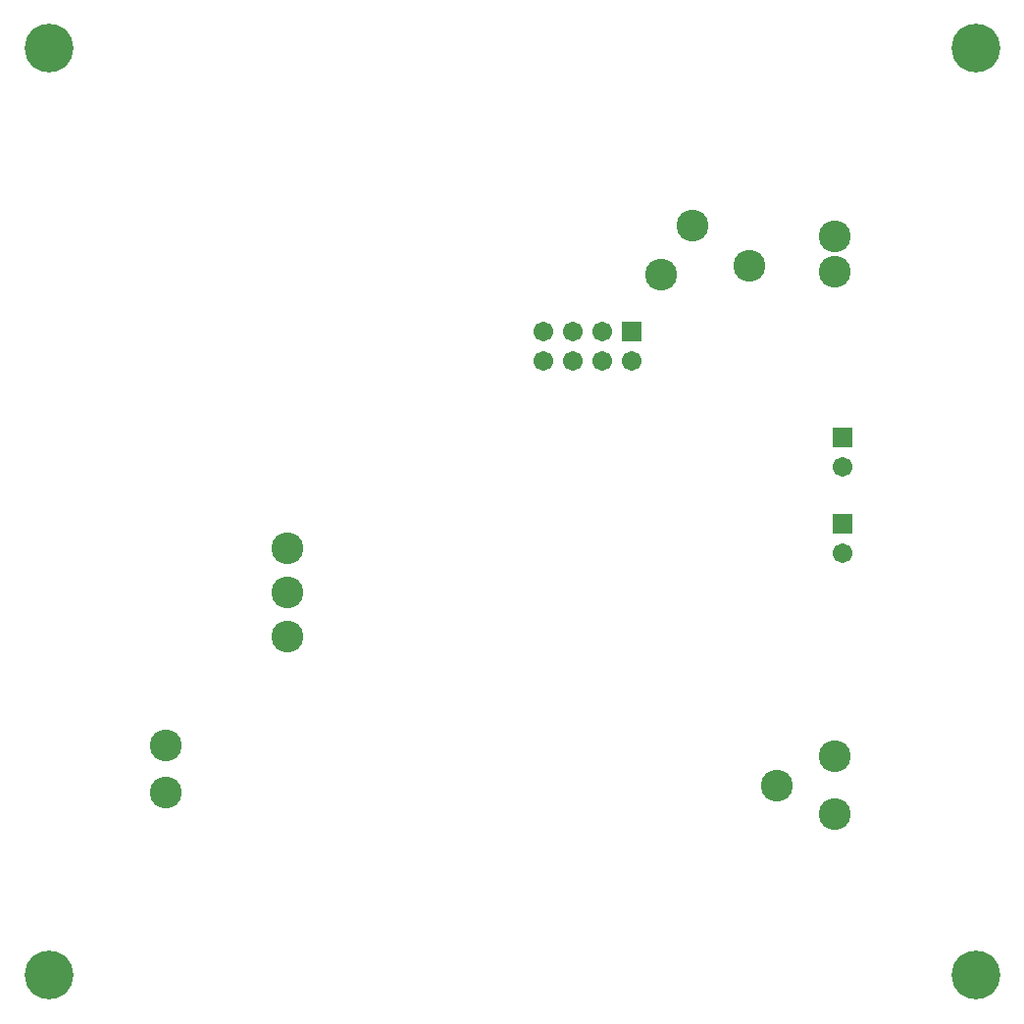
<source format=gbs>
G04*
G04 #@! TF.GenerationSoftware,Altium Limited,Altium Designer,19.1.9 (167)*
G04*
G04 Layer_Color=16711935*
%FSAX25Y25*%
%MOIN*%
G70*
G01*
G75*
%ADD60C,0.10800*%
%ADD61C,0.06706*%
%ADD62R,0.06706X0.06706*%
%ADD63C,0.16548*%
%ADD64R,0.06706X0.06706*%
D60*
X0079000Y0117500D02*
D03*
Y0101500D02*
D03*
X0306500Y0290500D02*
D03*
Y0278500D02*
D03*
X0306461Y0094083D02*
D03*
Y0113768D02*
D03*
X0286776Y0103925D02*
D03*
X0277500Y0280500D02*
D03*
X0120500Y0154500D02*
D03*
Y0169500D02*
D03*
Y0184500D02*
D03*
X0247500Y0277500D02*
D03*
X0258000Y0294000D02*
D03*
D61*
X0309200Y0212097D02*
D03*
Y0182897D02*
D03*
X0227500Y0258000D02*
D03*
X0217500D02*
D03*
X0207500D02*
D03*
X0237500Y0248000D02*
D03*
X0227500D02*
D03*
X0217500D02*
D03*
X0207500D02*
D03*
D62*
X0309200Y0222097D02*
D03*
Y0192897D02*
D03*
D63*
X0039370Y0354331D02*
D03*
X0354331Y0039370D02*
D03*
Y0354331D02*
D03*
X0039370Y0039370D02*
D03*
D64*
X0237500Y0258000D02*
D03*
M02*

</source>
